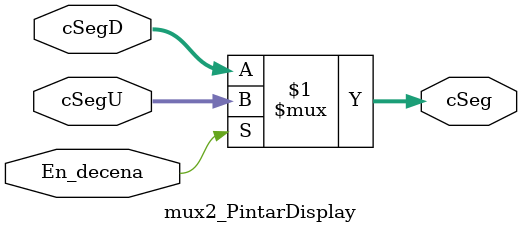
<source format=sv>
`timescale 1ns / 1ps

module mux2_PintarDisplay(input logic En_decena,
                      input logic [6:0] cSegU,
                      input logic [6:0] cSegD,
                      output logic [6:0] cSeg);
                      
          assign cSeg = En_decena ? cSegU : cSegD;

endmodule
</source>
